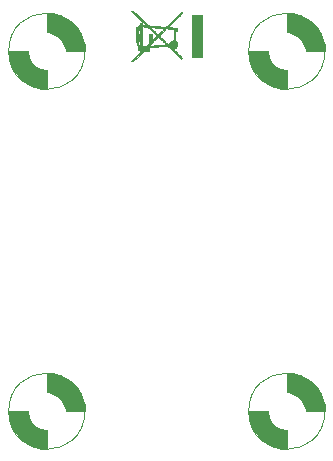
<source format=gbo>
G04 #@! TF.GenerationSoftware,KiCad,Pcbnew,6.0.9-8da3e8f707~116~ubuntu20.04.1*
G04 #@! TF.CreationDate,2023-04-19T17:51:41+00:00*
G04 #@! TF.ProjectId,LEC030301,4c454330-3330-4333-9031-2e6b69636164,rev?*
G04 #@! TF.SameCoordinates,Original*
G04 #@! TF.FileFunction,Legend,Bot*
G04 #@! TF.FilePolarity,Positive*
%FSLAX46Y46*%
G04 Gerber Fmt 4.6, Leading zero omitted, Abs format (unit mm)*
G04 Created by KiCad (PCBNEW 6.0.9-8da3e8f707~116~ubuntu20.04.1) date 2023-04-19 17:51:41*
%MOMM*%
%LPD*%
G01*
G04 APERTURE LIST*
%ADD10C,0.120000*%
%ADD11C,0.010000*%
G04 APERTURE END LIST*
D10*
G04 #@! TO.C,H3*
X206424903Y-81280000D02*
G75*
G03*
X206424903Y-81280000I-3224903J0D01*
G01*
G36*
X201600000Y-81380000D02*
G01*
X201700000Y-81780000D01*
X201900000Y-82180000D01*
X202300000Y-82580000D01*
X202700000Y-82780000D01*
X203100000Y-82880000D01*
X203200000Y-82880000D01*
X203200000Y-84504903D01*
X202700000Y-84480000D01*
X201700000Y-84180000D01*
X200900000Y-83580000D01*
X200400000Y-82880000D01*
X200100000Y-82180000D01*
X200000000Y-81780000D01*
X200000000Y-81280000D01*
X201600000Y-81280000D01*
X201600000Y-81380000D01*
G37*
D11*
X201600000Y-81380000D02*
X201700000Y-81780000D01*
X201900000Y-82180000D01*
X202300000Y-82580000D01*
X202700000Y-82780000D01*
X203100000Y-82880000D01*
X203200000Y-82880000D01*
X203200000Y-84504903D01*
X202700000Y-84480000D01*
X201700000Y-84180000D01*
X200900000Y-83580000D01*
X200400000Y-82880000D01*
X200100000Y-82180000D01*
X200000000Y-81780000D01*
X200000000Y-81280000D01*
X201600000Y-81280000D01*
X201600000Y-81380000D01*
G36*
X203700000Y-78080000D02*
G01*
X204700000Y-78380000D01*
X205500000Y-78980000D01*
X206000000Y-79680000D01*
X206300000Y-80380000D01*
X206400000Y-80780000D01*
X206400000Y-81280000D01*
X204800000Y-81280000D01*
X204800000Y-81180000D01*
X204700000Y-80780000D01*
X204500000Y-80380000D01*
X204100000Y-79980000D01*
X203700000Y-79780000D01*
X203300000Y-79680000D01*
X203200000Y-79680000D01*
X203200000Y-78055097D01*
X203700000Y-78080000D01*
G37*
X203700000Y-78080000D02*
X204700000Y-78380000D01*
X205500000Y-78980000D01*
X206000000Y-79680000D01*
X206300000Y-80380000D01*
X206400000Y-80780000D01*
X206400000Y-81280000D01*
X204800000Y-81280000D01*
X204800000Y-81180000D01*
X204700000Y-80780000D01*
X204500000Y-80380000D01*
X204100000Y-79980000D01*
X203700000Y-79780000D01*
X203300000Y-79680000D01*
X203200000Y-79680000D01*
X203200000Y-78055097D01*
X203700000Y-78080000D01*
D10*
G04 #@! TO.C,H4*
X206424903Y-50800000D02*
G75*
G03*
X206424903Y-50800000I-3224903J0D01*
G01*
G36*
X201600000Y-50900000D02*
G01*
X201700000Y-51300000D01*
X201900000Y-51700000D01*
X202300000Y-52100000D01*
X202700000Y-52300000D01*
X203100000Y-52400000D01*
X203200000Y-52400000D01*
X203200000Y-54024903D01*
X202700000Y-54000000D01*
X201700000Y-53700000D01*
X200900000Y-53100000D01*
X200400000Y-52400000D01*
X200100000Y-51700000D01*
X200000000Y-51300000D01*
X200000000Y-50800000D01*
X201600000Y-50800000D01*
X201600000Y-50900000D01*
G37*
D11*
X201600000Y-50900000D02*
X201700000Y-51300000D01*
X201900000Y-51700000D01*
X202300000Y-52100000D01*
X202700000Y-52300000D01*
X203100000Y-52400000D01*
X203200000Y-52400000D01*
X203200000Y-54024903D01*
X202700000Y-54000000D01*
X201700000Y-53700000D01*
X200900000Y-53100000D01*
X200400000Y-52400000D01*
X200100000Y-51700000D01*
X200000000Y-51300000D01*
X200000000Y-50800000D01*
X201600000Y-50800000D01*
X201600000Y-50900000D01*
G36*
X203700000Y-47600000D02*
G01*
X204700000Y-47900000D01*
X205500000Y-48500000D01*
X206000000Y-49200000D01*
X206300000Y-49900000D01*
X206400000Y-50300000D01*
X206400000Y-50800000D01*
X204800000Y-50800000D01*
X204800000Y-50700000D01*
X204700000Y-50300000D01*
X204500000Y-49900000D01*
X204100000Y-49500000D01*
X203700000Y-49300000D01*
X203300000Y-49200000D01*
X203200000Y-49200000D01*
X203200000Y-47575097D01*
X203700000Y-47600000D01*
G37*
X203700000Y-47600000D02*
X204700000Y-47900000D01*
X205500000Y-48500000D01*
X206000000Y-49200000D01*
X206300000Y-49900000D01*
X206400000Y-50300000D01*
X206400000Y-50800000D01*
X204800000Y-50800000D01*
X204800000Y-50700000D01*
X204700000Y-50300000D01*
X204500000Y-49900000D01*
X204100000Y-49500000D01*
X203700000Y-49300000D01*
X203300000Y-49200000D01*
X203200000Y-49200000D01*
X203200000Y-47575097D01*
X203700000Y-47600000D01*
D10*
G04 #@! TO.C,H2*
X186104903Y-50800000D02*
G75*
G03*
X186104903Y-50800000I-3224903J0D01*
G01*
G36*
X181280000Y-50900000D02*
G01*
X181380000Y-51300000D01*
X181580000Y-51700000D01*
X181980000Y-52100000D01*
X182380000Y-52300000D01*
X182780000Y-52400000D01*
X182880000Y-52400000D01*
X182880000Y-54024903D01*
X182380000Y-54000000D01*
X181380000Y-53700000D01*
X180580000Y-53100000D01*
X180080000Y-52400000D01*
X179780000Y-51700000D01*
X179680000Y-51300000D01*
X179680000Y-50800000D01*
X181280000Y-50800000D01*
X181280000Y-50900000D01*
G37*
D11*
X181280000Y-50900000D02*
X181380000Y-51300000D01*
X181580000Y-51700000D01*
X181980000Y-52100000D01*
X182380000Y-52300000D01*
X182780000Y-52400000D01*
X182880000Y-52400000D01*
X182880000Y-54024903D01*
X182380000Y-54000000D01*
X181380000Y-53700000D01*
X180580000Y-53100000D01*
X180080000Y-52400000D01*
X179780000Y-51700000D01*
X179680000Y-51300000D01*
X179680000Y-50800000D01*
X181280000Y-50800000D01*
X181280000Y-50900000D01*
G36*
X183380000Y-47600000D02*
G01*
X184380000Y-47900000D01*
X185180000Y-48500000D01*
X185680000Y-49200000D01*
X185980000Y-49900000D01*
X186080000Y-50300000D01*
X186080000Y-50800000D01*
X184480000Y-50800000D01*
X184480000Y-50700000D01*
X184380000Y-50300000D01*
X184180000Y-49900000D01*
X183780000Y-49500000D01*
X183380000Y-49300000D01*
X182980000Y-49200000D01*
X182880000Y-49200000D01*
X182880000Y-47575097D01*
X183380000Y-47600000D01*
G37*
X183380000Y-47600000D02*
X184380000Y-47900000D01*
X185180000Y-48500000D01*
X185680000Y-49200000D01*
X185980000Y-49900000D01*
X186080000Y-50300000D01*
X186080000Y-50800000D01*
X184480000Y-50800000D01*
X184480000Y-50700000D01*
X184380000Y-50300000D01*
X184180000Y-49900000D01*
X183780000Y-49500000D01*
X183380000Y-49300000D01*
X182980000Y-49200000D01*
X182880000Y-49200000D01*
X182880000Y-47575097D01*
X183380000Y-47600000D01*
D10*
G04 #@! TO.C,H1*
X186104903Y-81280000D02*
G75*
G03*
X186104903Y-81280000I-3224903J0D01*
G01*
G36*
X183380000Y-78080000D02*
G01*
X184380000Y-78380000D01*
X185180000Y-78980000D01*
X185680000Y-79680000D01*
X185980000Y-80380000D01*
X186080000Y-80780000D01*
X186080000Y-81280000D01*
X184480000Y-81280000D01*
X184480000Y-81180000D01*
X184380000Y-80780000D01*
X184180000Y-80380000D01*
X183780000Y-79980000D01*
X183380000Y-79780000D01*
X182980000Y-79680000D01*
X182880000Y-79680000D01*
X182880000Y-78055097D01*
X183380000Y-78080000D01*
G37*
D11*
X183380000Y-78080000D02*
X184380000Y-78380000D01*
X185180000Y-78980000D01*
X185680000Y-79680000D01*
X185980000Y-80380000D01*
X186080000Y-80780000D01*
X186080000Y-81280000D01*
X184480000Y-81280000D01*
X184480000Y-81180000D01*
X184380000Y-80780000D01*
X184180000Y-80380000D01*
X183780000Y-79980000D01*
X183380000Y-79780000D01*
X182980000Y-79680000D01*
X182880000Y-79680000D01*
X182880000Y-78055097D01*
X183380000Y-78080000D01*
G36*
X181280000Y-81380000D02*
G01*
X181380000Y-81780000D01*
X181580000Y-82180000D01*
X181980000Y-82580000D01*
X182380000Y-82780000D01*
X182780000Y-82880000D01*
X182880000Y-82880000D01*
X182880000Y-84504903D01*
X182380000Y-84480000D01*
X181380000Y-84180000D01*
X180580000Y-83580000D01*
X180080000Y-82880000D01*
X179780000Y-82180000D01*
X179680000Y-81780000D01*
X179680000Y-81280000D01*
X181280000Y-81280000D01*
X181280000Y-81380000D01*
G37*
X181280000Y-81380000D02*
X181380000Y-81780000D01*
X181580000Y-82180000D01*
X181980000Y-82580000D01*
X182380000Y-82780000D01*
X182780000Y-82880000D01*
X182880000Y-82880000D01*
X182880000Y-84504903D01*
X182380000Y-84480000D01*
X181380000Y-84180000D01*
X180580000Y-83580000D01*
X180080000Y-82880000D01*
X179780000Y-82180000D01*
X179680000Y-81780000D01*
X179680000Y-81280000D01*
X181280000Y-81280000D01*
X181280000Y-81380000D01*
G04 #@! TO.C,REF\u002A\u002A*
G36*
X196057822Y-51277822D02*
G01*
X195190198Y-51277822D01*
X195190198Y-47757029D01*
X196057822Y-47757029D01*
X196057822Y-51277822D01*
G37*
X196057822Y-51277822D02*
X195190198Y-51277822D01*
X195190198Y-47757029D01*
X196057822Y-47757029D01*
X196057822Y-51277822D01*
G36*
X191092732Y-48585318D02*
G01*
X191117037Y-48587318D01*
X191177880Y-48591977D01*
X191227389Y-48595269D01*
X191260992Y-48596908D01*
X191274116Y-48596610D01*
X191270343Y-48592276D01*
X191250676Y-48572504D01*
X191215818Y-48538321D01*
X191167576Y-48491459D01*
X191107757Y-48433646D01*
X191038167Y-48366613D01*
X190960615Y-48292088D01*
X190876907Y-48211803D01*
X190788849Y-48127487D01*
X190698250Y-48040870D01*
X190606915Y-47953681D01*
X190516653Y-47867651D01*
X190429269Y-47784508D01*
X190346572Y-47705984D01*
X190270368Y-47633808D01*
X190202463Y-47569709D01*
X190144666Y-47515417D01*
X190041040Y-47418408D01*
X190129315Y-47417966D01*
X190217589Y-47417525D01*
X190849158Y-48018062D01*
X191480726Y-48618599D01*
X191624674Y-48630604D01*
X192200635Y-48678635D01*
X192302791Y-48687124D01*
X192430612Y-48697657D01*
X192549767Y-48707379D01*
X192657914Y-48716102D01*
X192752713Y-48723642D01*
X192831819Y-48729813D01*
X192892892Y-48734427D01*
X192933590Y-48737300D01*
X192951570Y-48738246D01*
X192959808Y-48735749D01*
X192977599Y-48724529D01*
X193004411Y-48703249D01*
X193016129Y-48692979D01*
X193041466Y-48670775D01*
X193089986Y-48625977D01*
X193151192Y-48567719D01*
X193226307Y-48494871D01*
X193316550Y-48406297D01*
X193423145Y-48300866D01*
X193493093Y-48231508D01*
X193590658Y-48134821D01*
X193687941Y-48038474D01*
X193782014Y-47945362D01*
X193869950Y-47858382D01*
X193948820Y-47780431D01*
X194015699Y-47714404D01*
X194067658Y-47663198D01*
X194271620Y-47462486D01*
X194309671Y-47498942D01*
X194318245Y-47507540D01*
X194339297Y-47532905D01*
X194347723Y-47550305D01*
X194340530Y-47563929D01*
X194318944Y-47589257D01*
X194287995Y-47619621D01*
X194268448Y-47638104D01*
X194232752Y-47672573D01*
X194182684Y-47721288D01*
X194120001Y-47782531D01*
X194046457Y-47854580D01*
X193963810Y-47935715D01*
X193873815Y-48024216D01*
X193778228Y-48118363D01*
X193678805Y-48216435D01*
X193129343Y-48758839D01*
X193414746Y-48780934D01*
X193475662Y-48785750D01*
X193557548Y-48792784D01*
X193619569Y-48799128D01*
X193664987Y-48805252D01*
X193697062Y-48811627D01*
X193719052Y-48818723D01*
X193734219Y-48827009D01*
X193755416Y-48838607D01*
X193794386Y-48848150D01*
X193850531Y-48850990D01*
X193932773Y-48850990D01*
X193932773Y-49077326D01*
X193756733Y-49077326D01*
X193756733Y-49922918D01*
X193812262Y-49971797D01*
X193826722Y-49985164D01*
X193884813Y-50057612D01*
X193920576Y-50139468D01*
X193932773Y-50228100D01*
X193926306Y-50306308D01*
X193899047Y-50394767D01*
X193850328Y-50470493D01*
X193836403Y-50485252D01*
X193791328Y-50522136D01*
X193738819Y-50554497D01*
X193687061Y-50577703D01*
X193644239Y-50587121D01*
X193638023Y-50587303D01*
X193615246Y-50588658D01*
X193599513Y-50592200D01*
X193592068Y-50599610D01*
X193594156Y-50612569D01*
X193607020Y-50632757D01*
X193631905Y-50661855D01*
X193670053Y-50701544D01*
X193722710Y-50753504D01*
X193791119Y-50819416D01*
X193876524Y-50900960D01*
X193922112Y-50944396D01*
X193998441Y-51017000D01*
X194070808Y-51085691D01*
X194136366Y-51147777D01*
X194192274Y-51200566D01*
X194235686Y-51241366D01*
X194263758Y-51267485D01*
X194341436Y-51338881D01*
X194253416Y-51427137D01*
X193681287Y-50881310D01*
X193645188Y-50846895D01*
X193516272Y-50724454D01*
X193404754Y-50619349D01*
X193310288Y-50531264D01*
X193232529Y-50459884D01*
X193171131Y-50404895D01*
X193125748Y-50365981D01*
X193096035Y-50342827D01*
X193081644Y-50335118D01*
X193081559Y-50335117D01*
X193063624Y-50336175D01*
X193023421Y-50339263D01*
X192963687Y-50344142D01*
X192887158Y-50350568D01*
X192796569Y-50358300D01*
X192694657Y-50367095D01*
X192584159Y-50376713D01*
X192467811Y-50386909D01*
X192348348Y-50397444D01*
X192228507Y-50408074D01*
X192111025Y-50418558D01*
X191998637Y-50428654D01*
X191894081Y-50438119D01*
X191800091Y-50446712D01*
X191719405Y-50454191D01*
X191654759Y-50460313D01*
X191608888Y-50464838D01*
X191584530Y-50467522D01*
X191531089Y-50474610D01*
X191531089Y-50749703D01*
X191320471Y-50750032D01*
X191109852Y-50750361D01*
X190650891Y-51202086D01*
X190191931Y-51653811D01*
X190104848Y-51654430D01*
X190017767Y-51655049D01*
X190566952Y-51113231D01*
X190619998Y-51060863D01*
X190729772Y-50952197D01*
X190823114Y-50859291D01*
X190901173Y-50780945D01*
X190965097Y-50715957D01*
X191016035Y-50663128D01*
X191029126Y-50649109D01*
X191211172Y-50649109D01*
X191430495Y-50649109D01*
X191430495Y-50567376D01*
X191430489Y-50560105D01*
X191429613Y-50519050D01*
X191425867Y-50496723D01*
X191417270Y-50487471D01*
X191401840Y-50485643D01*
X191379159Y-50493694D01*
X191341428Y-50521270D01*
X191292179Y-50567376D01*
X191211172Y-50649109D01*
X191029126Y-50649109D01*
X191055135Y-50621257D01*
X191083548Y-50589145D01*
X191102420Y-50565590D01*
X191112901Y-50549392D01*
X191116139Y-50539351D01*
X191115158Y-50522421D01*
X191107996Y-50512916D01*
X191088401Y-50511277D01*
X191050124Y-50515218D01*
X191026025Y-50517935D01*
X190985744Y-50521716D01*
X190958961Y-50523240D01*
X190949728Y-50523985D01*
X190939839Y-50531254D01*
X190936562Y-50551332D01*
X190937992Y-50590311D01*
X190938553Y-50600263D01*
X190937921Y-50640102D01*
X190929167Y-50668440D01*
X190909289Y-50696370D01*
X190905104Y-50701180D01*
X190854427Y-50740518D01*
X190795934Y-50757828D01*
X190734575Y-50752526D01*
X190675297Y-50724025D01*
X190671606Y-50721267D01*
X190639851Y-50683178D01*
X190621067Y-50633524D01*
X190616071Y-50579998D01*
X190625678Y-50530293D01*
X190650704Y-50492100D01*
X190663480Y-50479169D01*
X190666576Y-50466572D01*
X190656998Y-50448533D01*
X190633082Y-50418072D01*
X190625731Y-50408726D01*
X190579339Y-50336570D01*
X190538084Y-50251085D01*
X190504936Y-50160233D01*
X190482868Y-50071973D01*
X190474852Y-49994264D01*
X190474788Y-49986009D01*
X190470321Y-49940121D01*
X190457795Y-49914921D01*
X190435784Y-49907227D01*
X190428849Y-49906324D01*
X190422885Y-49901385D01*
X190418519Y-49889389D01*
X190415503Y-49867320D01*
X190413590Y-49832164D01*
X190413062Y-49806633D01*
X190512575Y-49806633D01*
X190575446Y-49806633D01*
X190575446Y-49429406D01*
X190512575Y-49429406D01*
X190512575Y-49806633D01*
X190413062Y-49806633D01*
X190412530Y-49780906D01*
X190412077Y-49710529D01*
X190411980Y-49618020D01*
X190412150Y-49531340D01*
X190412834Y-49457668D01*
X190414215Y-49403735D01*
X190416470Y-49366712D01*
X190419778Y-49343770D01*
X190424320Y-49332080D01*
X190430272Y-49328812D01*
X190572893Y-49328812D01*
X190676040Y-49328812D01*
X190676040Y-49907227D01*
X190585122Y-49907227D01*
X190593753Y-49979529D01*
X190612249Y-50090002D01*
X190645691Y-50201184D01*
X190692324Y-50293150D01*
X190752786Y-50367458D01*
X190801782Y-50415302D01*
X190801782Y-50405148D01*
X190914951Y-50405148D01*
X190962104Y-50400987D01*
X190983498Y-50399065D01*
X191041909Y-50393076D01*
X191080381Y-50387174D01*
X191102912Y-50380273D01*
X191113498Y-50371288D01*
X191116139Y-50359130D01*
X191117937Y-50348199D01*
X191123438Y-50343558D01*
X191535703Y-50343558D01*
X191543732Y-50343747D01*
X191574653Y-50342092D01*
X191626653Y-50338451D01*
X191697487Y-50333005D01*
X191784911Y-50325937D01*
X191886681Y-50317430D01*
X192000552Y-50307665D01*
X192124279Y-50296826D01*
X192255618Y-50285093D01*
X192356908Y-50275921D01*
X192482526Y-50264434D01*
X192598762Y-50253678D01*
X192703380Y-50243869D01*
X192794140Y-50235219D01*
X192868804Y-50227943D01*
X192925134Y-50222254D01*
X192960891Y-50218366D01*
X192973837Y-50216494D01*
X192969826Y-50210812D01*
X192950138Y-50189980D01*
X192916322Y-50156128D01*
X192870837Y-50111588D01*
X192816146Y-50058690D01*
X192754710Y-49999764D01*
X192688990Y-49937142D01*
X192621449Y-49873152D01*
X192554547Y-49810126D01*
X192490746Y-49750394D01*
X192432507Y-49696287D01*
X192382292Y-49650135D01*
X192342563Y-49614267D01*
X192315780Y-49591016D01*
X192304406Y-49582710D01*
X192293383Y-49590852D01*
X192266999Y-49614522D01*
X192227527Y-49651522D01*
X192177191Y-49699650D01*
X192118217Y-49756704D01*
X192052830Y-49820480D01*
X191983255Y-49888778D01*
X191911716Y-49959395D01*
X191840438Y-50030129D01*
X191771647Y-50098778D01*
X191707566Y-50163139D01*
X191650422Y-50221011D01*
X191602439Y-50270190D01*
X191565841Y-50308476D01*
X191542854Y-50333666D01*
X191535703Y-50343558D01*
X191123438Y-50343558D01*
X191126530Y-50340950D01*
X191146505Y-50336900D01*
X191182450Y-50335137D01*
X191238952Y-50334752D01*
X191361766Y-50334752D01*
X191401840Y-50294553D01*
X191499654Y-50196435D01*
X191637542Y-50058119D01*
X191531089Y-50058119D01*
X191531089Y-49303663D01*
X191770000Y-49303663D01*
X191770000Y-49922169D01*
X191986906Y-49712408D01*
X192028334Y-49672230D01*
X192085200Y-49616672D01*
X192134082Y-49568430D01*
X192172441Y-49530029D01*
X192197741Y-49503997D01*
X192207442Y-49492860D01*
X192204767Y-49488627D01*
X192202222Y-49485818D01*
X192403046Y-49485818D01*
X192407405Y-49493556D01*
X192427241Y-49516605D01*
X192460375Y-49551291D01*
X192503820Y-49594513D01*
X192554587Y-49643168D01*
X192568051Y-49655860D01*
X192628275Y-49712771D01*
X192699864Y-49780586D01*
X192777437Y-49854200D01*
X192855611Y-49928507D01*
X192929005Y-49998401D01*
X192933409Y-50002599D01*
X193001785Y-50067580D01*
X193054732Y-50117164D01*
X193094767Y-50153312D01*
X193124411Y-50177984D01*
X193146181Y-50193142D01*
X193162595Y-50200744D01*
X193176174Y-50202753D01*
X193189434Y-50201128D01*
X193190819Y-50200844D01*
X193222228Y-50187302D01*
X193236863Y-50160252D01*
X193268063Y-50076871D01*
X193320038Y-50002582D01*
X193388791Y-49944154D01*
X193471315Y-49904110D01*
X193564606Y-49884974D01*
X193643565Y-49878636D01*
X193643565Y-48929162D01*
X193615273Y-48922542D01*
X193608329Y-48921371D01*
X193577281Y-48917732D01*
X193527081Y-48912766D01*
X193461727Y-48906843D01*
X193385219Y-48900331D01*
X193301555Y-48893599D01*
X193016129Y-48871276D01*
X192710565Y-49172174D01*
X192654704Y-49227364D01*
X192586888Y-49294891D01*
X192526643Y-49355471D01*
X192476052Y-49406979D01*
X192437200Y-49447290D01*
X192412170Y-49474278D01*
X192403046Y-49485818D01*
X192202222Y-49485818D01*
X192186782Y-49468776D01*
X192153481Y-49434549D01*
X192106712Y-49387773D01*
X192048325Y-49330276D01*
X191980169Y-49263888D01*
X191904094Y-49190436D01*
X191821950Y-49111749D01*
X191738943Y-49032659D01*
X191657136Y-48955129D01*
X191590083Y-48892254D01*
X191536007Y-48842498D01*
X191493129Y-48804322D01*
X191459673Y-48776189D01*
X191433861Y-48756560D01*
X191430135Y-48754195D01*
X191624674Y-48754195D01*
X191624908Y-48754616D01*
X191636350Y-48766491D01*
X191663198Y-48792870D01*
X191703018Y-48831430D01*
X191753372Y-48879847D01*
X191811828Y-48935797D01*
X191875948Y-48996958D01*
X191943298Y-49061005D01*
X192011443Y-49125615D01*
X192077948Y-49188465D01*
X192140377Y-49247232D01*
X192196295Y-49299591D01*
X192304406Y-49400467D01*
X192306477Y-49402399D01*
X192581968Y-49126695D01*
X192649224Y-49059274D01*
X192712162Y-48995733D01*
X192760100Y-48946510D01*
X192794594Y-48909804D01*
X192817199Y-48883810D01*
X192829471Y-48866724D01*
X192832966Y-48856744D01*
X192829238Y-48852065D01*
X192819844Y-48850884D01*
X192804749Y-48850127D01*
X192765883Y-48847399D01*
X192706895Y-48842892D01*
X192630473Y-48836821D01*
X192539305Y-48829404D01*
X192436080Y-48820858D01*
X192323483Y-48811398D01*
X192204205Y-48801242D01*
X192099077Y-48792277D01*
X191988351Y-48782934D01*
X191887814Y-48774557D01*
X191799943Y-48767347D01*
X191727215Y-48761504D01*
X191672110Y-48757231D01*
X191637104Y-48754727D01*
X191624674Y-48754195D01*
X191430135Y-48754195D01*
X191413914Y-48743899D01*
X191398056Y-48736666D01*
X191384509Y-48733325D01*
X191377910Y-48732439D01*
X191341548Y-48728512D01*
X191288018Y-48723541D01*
X191223421Y-48718073D01*
X191153862Y-48712656D01*
X191129635Y-48710819D01*
X191064178Y-48705512D01*
X191007717Y-48700452D01*
X190965618Y-48696137D01*
X190943243Y-48693066D01*
X190914951Y-48687045D01*
X190914951Y-50405148D01*
X190801782Y-50405148D01*
X190801782Y-49000779D01*
X190711095Y-49004474D01*
X190620407Y-49008168D01*
X190605252Y-49083614D01*
X190598379Y-49121449D01*
X190588756Y-49184632D01*
X190581496Y-49243935D01*
X190572893Y-49328812D01*
X190430272Y-49328812D01*
X190444888Y-49318063D01*
X190454215Y-49287945D01*
X190455847Y-49276418D01*
X190461591Y-49237114D01*
X190469378Y-49184812D01*
X190478003Y-49127624D01*
X190482393Y-49096084D01*
X190487148Y-49049926D01*
X190488295Y-49017359D01*
X190485495Y-49003977D01*
X190483671Y-49001692D01*
X190479165Y-48980595D01*
X190476029Y-48942645D01*
X190474852Y-48893952D01*
X190474852Y-48788119D01*
X190512575Y-48788106D01*
X190515718Y-48788106D01*
X190528668Y-48787612D01*
X190550411Y-48781181D01*
X190550967Y-48780629D01*
X190701188Y-48780629D01*
X190702463Y-48782303D01*
X190719976Y-48786456D01*
X190751485Y-48788119D01*
X190801782Y-48788119D01*
X190801782Y-48731092D01*
X190801662Y-48714007D01*
X190799462Y-48688692D01*
X190792334Y-48681384D01*
X190777508Y-48687057D01*
X190774682Y-48688733D01*
X190752944Y-48707552D01*
X190728820Y-48734817D01*
X190709254Y-48762013D01*
X190701188Y-48780629D01*
X190550967Y-48780629D01*
X190568851Y-48762877D01*
X190590801Y-48727170D01*
X190610854Y-48695826D01*
X190649356Y-48648107D01*
X190692579Y-48604862D01*
X190734627Y-48571781D01*
X190769604Y-48554558D01*
X190783081Y-48550338D01*
X190792334Y-48542520D01*
X190795454Y-48539884D01*
X190800696Y-48518338D01*
X190801782Y-48478686D01*
X190801782Y-48410891D01*
X190914951Y-48410891D01*
X190914951Y-48570423D01*
X191092732Y-48585318D01*
G37*
X191092732Y-48585318D02*
X191117037Y-48587318D01*
X191177880Y-48591977D01*
X191227389Y-48595269D01*
X191260992Y-48596908D01*
X191274116Y-48596610D01*
X191270343Y-48592276D01*
X191250676Y-48572504D01*
X191215818Y-48538321D01*
X191167576Y-48491459D01*
X191107757Y-48433646D01*
X191038167Y-48366613D01*
X190960615Y-48292088D01*
X190876907Y-48211803D01*
X190788849Y-48127487D01*
X190698250Y-48040870D01*
X190606915Y-47953681D01*
X190516653Y-47867651D01*
X190429269Y-47784508D01*
X190346572Y-47705984D01*
X190270368Y-47633808D01*
X190202463Y-47569709D01*
X190144666Y-47515417D01*
X190041040Y-47418408D01*
X190129315Y-47417966D01*
X190217589Y-47417525D01*
X190849158Y-48018062D01*
X191480726Y-48618599D01*
X191624674Y-48630604D01*
X192200635Y-48678635D01*
X192302791Y-48687124D01*
X192430612Y-48697657D01*
X192549767Y-48707379D01*
X192657914Y-48716102D01*
X192752713Y-48723642D01*
X192831819Y-48729813D01*
X192892892Y-48734427D01*
X192933590Y-48737300D01*
X192951570Y-48738246D01*
X192959808Y-48735749D01*
X192977599Y-48724529D01*
X193004411Y-48703249D01*
X193016129Y-48692979D01*
X193041466Y-48670775D01*
X193089986Y-48625977D01*
X193151192Y-48567719D01*
X193226307Y-48494871D01*
X193316550Y-48406297D01*
X193423145Y-48300866D01*
X193493093Y-48231508D01*
X193590658Y-48134821D01*
X193687941Y-48038474D01*
X193782014Y-47945362D01*
X193869950Y-47858382D01*
X193948820Y-47780431D01*
X194015699Y-47714404D01*
X194067658Y-47663198D01*
X194271620Y-47462486D01*
X194309671Y-47498942D01*
X194318245Y-47507540D01*
X194339297Y-47532905D01*
X194347723Y-47550305D01*
X194340530Y-47563929D01*
X194318944Y-47589257D01*
X194287995Y-47619621D01*
X194268448Y-47638104D01*
X194232752Y-47672573D01*
X194182684Y-47721288D01*
X194120001Y-47782531D01*
X194046457Y-47854580D01*
X193963810Y-47935715D01*
X193873815Y-48024216D01*
X193778228Y-48118363D01*
X193678805Y-48216435D01*
X193129343Y-48758839D01*
X193414746Y-48780934D01*
X193475662Y-48785750D01*
X193557548Y-48792784D01*
X193619569Y-48799128D01*
X193664987Y-48805252D01*
X193697062Y-48811627D01*
X193719052Y-48818723D01*
X193734219Y-48827009D01*
X193755416Y-48838607D01*
X193794386Y-48848150D01*
X193850531Y-48850990D01*
X193932773Y-48850990D01*
X193932773Y-49077326D01*
X193756733Y-49077326D01*
X193756733Y-49922918D01*
X193812262Y-49971797D01*
X193826722Y-49985164D01*
X193884813Y-50057612D01*
X193920576Y-50139468D01*
X193932773Y-50228100D01*
X193926306Y-50306308D01*
X193899047Y-50394767D01*
X193850328Y-50470493D01*
X193836403Y-50485252D01*
X193791328Y-50522136D01*
X193738819Y-50554497D01*
X193687061Y-50577703D01*
X193644239Y-50587121D01*
X193638023Y-50587303D01*
X193615246Y-50588658D01*
X193599513Y-50592200D01*
X193592068Y-50599610D01*
X193594156Y-50612569D01*
X193607020Y-50632757D01*
X193631905Y-50661855D01*
X193670053Y-50701544D01*
X193722710Y-50753504D01*
X193791119Y-50819416D01*
X193876524Y-50900960D01*
X193922112Y-50944396D01*
X193998441Y-51017000D01*
X194070808Y-51085691D01*
X194136366Y-51147777D01*
X194192274Y-51200566D01*
X194235686Y-51241366D01*
X194263758Y-51267485D01*
X194341436Y-51338881D01*
X194253416Y-51427137D01*
X193681287Y-50881310D01*
X193645188Y-50846895D01*
X193516272Y-50724454D01*
X193404754Y-50619349D01*
X193310288Y-50531264D01*
X193232529Y-50459884D01*
X193171131Y-50404895D01*
X193125748Y-50365981D01*
X193096035Y-50342827D01*
X193081644Y-50335118D01*
X193081559Y-50335117D01*
X193063624Y-50336175D01*
X193023421Y-50339263D01*
X192963687Y-50344142D01*
X192887158Y-50350568D01*
X192796569Y-50358300D01*
X192694657Y-50367095D01*
X192584159Y-50376713D01*
X192467811Y-50386909D01*
X192348348Y-50397444D01*
X192228507Y-50408074D01*
X192111025Y-50418558D01*
X191998637Y-50428654D01*
X191894081Y-50438119D01*
X191800091Y-50446712D01*
X191719405Y-50454191D01*
X191654759Y-50460313D01*
X191608888Y-50464838D01*
X191584530Y-50467522D01*
X191531089Y-50474610D01*
X191531089Y-50749703D01*
X191320471Y-50750032D01*
X191109852Y-50750361D01*
X190650891Y-51202086D01*
X190191931Y-51653811D01*
X190104848Y-51654430D01*
X190017767Y-51655049D01*
X190566952Y-51113231D01*
X190619998Y-51060863D01*
X190729772Y-50952197D01*
X190823114Y-50859291D01*
X190901173Y-50780945D01*
X190965097Y-50715957D01*
X191016035Y-50663128D01*
X191029126Y-50649109D01*
X191211172Y-50649109D01*
X191430495Y-50649109D01*
X191430495Y-50567376D01*
X191430489Y-50560105D01*
X191429613Y-50519050D01*
X191425867Y-50496723D01*
X191417270Y-50487471D01*
X191401840Y-50485643D01*
X191379159Y-50493694D01*
X191341428Y-50521270D01*
X191292179Y-50567376D01*
X191211172Y-50649109D01*
X191029126Y-50649109D01*
X191055135Y-50621257D01*
X191083548Y-50589145D01*
X191102420Y-50565590D01*
X191112901Y-50549392D01*
X191116139Y-50539351D01*
X191115158Y-50522421D01*
X191107996Y-50512916D01*
X191088401Y-50511277D01*
X191050124Y-50515218D01*
X191026025Y-50517935D01*
X190985744Y-50521716D01*
X190958961Y-50523240D01*
X190949728Y-50523985D01*
X190939839Y-50531254D01*
X190936562Y-50551332D01*
X190937992Y-50590311D01*
X190938553Y-50600263D01*
X190937921Y-50640102D01*
X190929167Y-50668440D01*
X190909289Y-50696370D01*
X190905104Y-50701180D01*
X190854427Y-50740518D01*
X190795934Y-50757828D01*
X190734575Y-50752526D01*
X190675297Y-50724025D01*
X190671606Y-50721267D01*
X190639851Y-50683178D01*
X190621067Y-50633524D01*
X190616071Y-50579998D01*
X190625678Y-50530293D01*
X190650704Y-50492100D01*
X190663480Y-50479169D01*
X190666576Y-50466572D01*
X190656998Y-50448533D01*
X190633082Y-50418072D01*
X190625731Y-50408726D01*
X190579339Y-50336570D01*
X190538084Y-50251085D01*
X190504936Y-50160233D01*
X190482868Y-50071973D01*
X190474852Y-49994264D01*
X190474788Y-49986009D01*
X190470321Y-49940121D01*
X190457795Y-49914921D01*
X190435784Y-49907227D01*
X190428849Y-49906324D01*
X190422885Y-49901385D01*
X190418519Y-49889389D01*
X190415503Y-49867320D01*
X190413590Y-49832164D01*
X190413062Y-49806633D01*
X190512575Y-49806633D01*
X190575446Y-49806633D01*
X190575446Y-49429406D01*
X190512575Y-49429406D01*
X190512575Y-49806633D01*
X190413062Y-49806633D01*
X190412530Y-49780906D01*
X190412077Y-49710529D01*
X190411980Y-49618020D01*
X190412150Y-49531340D01*
X190412834Y-49457668D01*
X190414215Y-49403735D01*
X190416470Y-49366712D01*
X190419778Y-49343770D01*
X190424320Y-49332080D01*
X190430272Y-49328812D01*
X190572893Y-49328812D01*
X190676040Y-49328812D01*
X190676040Y-49907227D01*
X190585122Y-49907227D01*
X190593753Y-49979529D01*
X190612249Y-50090002D01*
X190645691Y-50201184D01*
X190692324Y-50293150D01*
X190752786Y-50367458D01*
X190801782Y-50415302D01*
X190801782Y-50405148D01*
X190914951Y-50405148D01*
X190962104Y-50400987D01*
X190983498Y-50399065D01*
X191041909Y-50393076D01*
X191080381Y-50387174D01*
X191102912Y-50380273D01*
X191113498Y-50371288D01*
X191116139Y-50359130D01*
X191117937Y-50348199D01*
X191123438Y-50343558D01*
X191535703Y-50343558D01*
X191543732Y-50343747D01*
X191574653Y-50342092D01*
X191626653Y-50338451D01*
X191697487Y-50333005D01*
X191784911Y-50325937D01*
X191886681Y-50317430D01*
X192000552Y-50307665D01*
X192124279Y-50296826D01*
X192255618Y-50285093D01*
X192356908Y-50275921D01*
X192482526Y-50264434D01*
X192598762Y-50253678D01*
X192703380Y-50243869D01*
X192794140Y-50235219D01*
X192868804Y-50227943D01*
X192925134Y-50222254D01*
X192960891Y-50218366D01*
X192973837Y-50216494D01*
X192969826Y-50210812D01*
X192950138Y-50189980D01*
X192916322Y-50156128D01*
X192870837Y-50111588D01*
X192816146Y-50058690D01*
X192754710Y-49999764D01*
X192688990Y-49937142D01*
X192621449Y-49873152D01*
X192554547Y-49810126D01*
X192490746Y-49750394D01*
X192432507Y-49696287D01*
X192382292Y-49650135D01*
X192342563Y-49614267D01*
X192315780Y-49591016D01*
X192304406Y-49582710D01*
X192293383Y-49590852D01*
X192266999Y-49614522D01*
X192227527Y-49651522D01*
X192177191Y-49699650D01*
X192118217Y-49756704D01*
X192052830Y-49820480D01*
X191983255Y-49888778D01*
X191911716Y-49959395D01*
X191840438Y-50030129D01*
X191771647Y-50098778D01*
X191707566Y-50163139D01*
X191650422Y-50221011D01*
X191602439Y-50270190D01*
X191565841Y-50308476D01*
X191542854Y-50333666D01*
X191535703Y-50343558D01*
X191123438Y-50343558D01*
X191126530Y-50340950D01*
X191146505Y-50336900D01*
X191182450Y-50335137D01*
X191238952Y-50334752D01*
X191361766Y-50334752D01*
X191401840Y-50294553D01*
X191499654Y-50196435D01*
X191637542Y-50058119D01*
X191531089Y-50058119D01*
X191531089Y-49303663D01*
X191770000Y-49303663D01*
X191770000Y-49922169D01*
X191986906Y-49712408D01*
X192028334Y-49672230D01*
X192085200Y-49616672D01*
X192134082Y-49568430D01*
X192172441Y-49530029D01*
X192197741Y-49503997D01*
X192207442Y-49492860D01*
X192204767Y-49488627D01*
X192202222Y-49485818D01*
X192403046Y-49485818D01*
X192407405Y-49493556D01*
X192427241Y-49516605D01*
X192460375Y-49551291D01*
X192503820Y-49594513D01*
X192554587Y-49643168D01*
X192568051Y-49655860D01*
X192628275Y-49712771D01*
X192699864Y-49780586D01*
X192777437Y-49854200D01*
X192855611Y-49928507D01*
X192929005Y-49998401D01*
X192933409Y-50002599D01*
X193001785Y-50067580D01*
X193054732Y-50117164D01*
X193094767Y-50153312D01*
X193124411Y-50177984D01*
X193146181Y-50193142D01*
X193162595Y-50200744D01*
X193176174Y-50202753D01*
X193189434Y-50201128D01*
X193190819Y-50200844D01*
X193222228Y-50187302D01*
X193236863Y-50160252D01*
X193268063Y-50076871D01*
X193320038Y-50002582D01*
X193388791Y-49944154D01*
X193471315Y-49904110D01*
X193564606Y-49884974D01*
X193643565Y-49878636D01*
X193643565Y-48929162D01*
X193615273Y-48922542D01*
X193608329Y-48921371D01*
X193577281Y-48917732D01*
X193527081Y-48912766D01*
X193461727Y-48906843D01*
X193385219Y-48900331D01*
X193301555Y-48893599D01*
X193016129Y-48871276D01*
X192710565Y-49172174D01*
X192654704Y-49227364D01*
X192586888Y-49294891D01*
X192526643Y-49355471D01*
X192476052Y-49406979D01*
X192437200Y-49447290D01*
X192412170Y-49474278D01*
X192403046Y-49485818D01*
X192202222Y-49485818D01*
X192186782Y-49468776D01*
X192153481Y-49434549D01*
X192106712Y-49387773D01*
X192048325Y-49330276D01*
X191980169Y-49263888D01*
X191904094Y-49190436D01*
X191821950Y-49111749D01*
X191738943Y-49032659D01*
X191657136Y-48955129D01*
X191590083Y-48892254D01*
X191536007Y-48842498D01*
X191493129Y-48804322D01*
X191459673Y-48776189D01*
X191433861Y-48756560D01*
X191430135Y-48754195D01*
X191624674Y-48754195D01*
X191624908Y-48754616D01*
X191636350Y-48766491D01*
X191663198Y-48792870D01*
X191703018Y-48831430D01*
X191753372Y-48879847D01*
X191811828Y-48935797D01*
X191875948Y-48996958D01*
X191943298Y-49061005D01*
X192011443Y-49125615D01*
X192077948Y-49188465D01*
X192140377Y-49247232D01*
X192196295Y-49299591D01*
X192304406Y-49400467D01*
X192306477Y-49402399D01*
X192581968Y-49126695D01*
X192649224Y-49059274D01*
X192712162Y-48995733D01*
X192760100Y-48946510D01*
X192794594Y-48909804D01*
X192817199Y-48883810D01*
X192829471Y-48866724D01*
X192832966Y-48856744D01*
X192829238Y-48852065D01*
X192819844Y-48850884D01*
X192804749Y-48850127D01*
X192765883Y-48847399D01*
X192706895Y-48842892D01*
X192630473Y-48836821D01*
X192539305Y-48829404D01*
X192436080Y-48820858D01*
X192323483Y-48811398D01*
X192204205Y-48801242D01*
X192099077Y-48792277D01*
X191988351Y-48782934D01*
X191887814Y-48774557D01*
X191799943Y-48767347D01*
X191727215Y-48761504D01*
X191672110Y-48757231D01*
X191637104Y-48754727D01*
X191624674Y-48754195D01*
X191430135Y-48754195D01*
X191413914Y-48743899D01*
X191398056Y-48736666D01*
X191384509Y-48733325D01*
X191377910Y-48732439D01*
X191341548Y-48728512D01*
X191288018Y-48723541D01*
X191223421Y-48718073D01*
X191153862Y-48712656D01*
X191129635Y-48710819D01*
X191064178Y-48705512D01*
X191007717Y-48700452D01*
X190965618Y-48696137D01*
X190943243Y-48693066D01*
X190914951Y-48687045D01*
X190914951Y-50405148D01*
X190801782Y-50405148D01*
X190801782Y-49000779D01*
X190711095Y-49004474D01*
X190620407Y-49008168D01*
X190605252Y-49083614D01*
X190598379Y-49121449D01*
X190588756Y-49184632D01*
X190581496Y-49243935D01*
X190572893Y-49328812D01*
X190430272Y-49328812D01*
X190444888Y-49318063D01*
X190454215Y-49287945D01*
X190455847Y-49276418D01*
X190461591Y-49237114D01*
X190469378Y-49184812D01*
X190478003Y-49127624D01*
X190482393Y-49096084D01*
X190487148Y-49049926D01*
X190488295Y-49017359D01*
X190485495Y-49003977D01*
X190483671Y-49001692D01*
X190479165Y-48980595D01*
X190476029Y-48942645D01*
X190474852Y-48893952D01*
X190474852Y-48788119D01*
X190512575Y-48788106D01*
X190515718Y-48788106D01*
X190528668Y-48787612D01*
X190550411Y-48781181D01*
X190550967Y-48780629D01*
X190701188Y-48780629D01*
X190702463Y-48782303D01*
X190719976Y-48786456D01*
X190751485Y-48788119D01*
X190801782Y-48788119D01*
X190801782Y-48731092D01*
X190801662Y-48714007D01*
X190799462Y-48688692D01*
X190792334Y-48681384D01*
X190777508Y-48687057D01*
X190774682Y-48688733D01*
X190752944Y-48707552D01*
X190728820Y-48734817D01*
X190709254Y-48762013D01*
X190701188Y-48780629D01*
X190550967Y-48780629D01*
X190568851Y-48762877D01*
X190590801Y-48727170D01*
X190610854Y-48695826D01*
X190649356Y-48648107D01*
X190692579Y-48604862D01*
X190734627Y-48571781D01*
X190769604Y-48554558D01*
X190783081Y-48550338D01*
X190792334Y-48542520D01*
X190795454Y-48539884D01*
X190800696Y-48518338D01*
X190801782Y-48478686D01*
X190801782Y-48410891D01*
X190914951Y-48410891D01*
X190914951Y-48570423D01*
X191092732Y-48585318D01*
G04 #@! TD*
M02*

</source>
